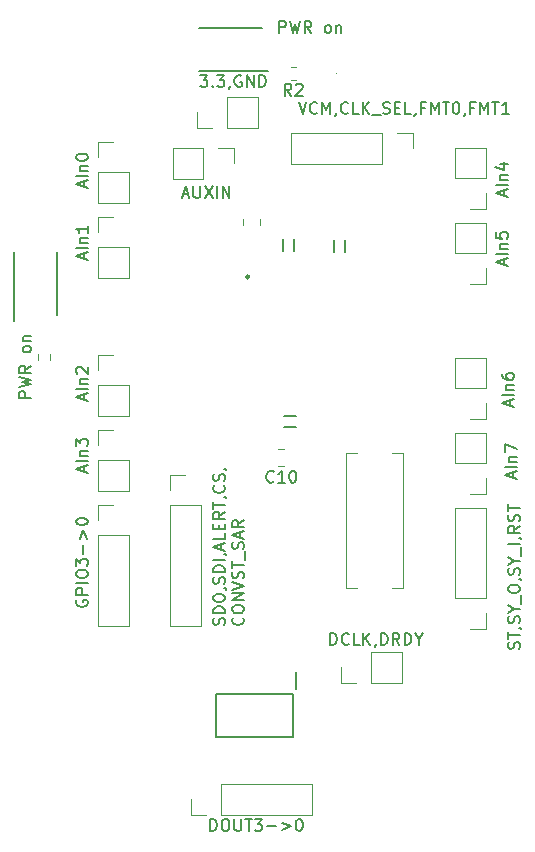
<source format=gbr>
%TF.GenerationSoftware,KiCad,Pcbnew,7.0.9*%
%TF.CreationDate,2024-01-11T15:45:20-05:00*%
%TF.ProjectId,AD7779_breakout,41443737-3739-45f6-9272-65616b6f7574,rev?*%
%TF.SameCoordinates,Original*%
%TF.FileFunction,Legend,Top*%
%TF.FilePolarity,Positive*%
%FSLAX46Y46*%
G04 Gerber Fmt 4.6, Leading zero omitted, Abs format (unit mm)*
G04 Created by KiCad (PCBNEW 7.0.9) date 2024-01-11 15:45:20*
%MOMM*%
%LPD*%
G01*
G04 APERTURE LIST*
%ADD10C,0.150000*%
%ADD11C,0.120000*%
%ADD12C,0.127000*%
%ADD13C,0.100000*%
%ADD14C,0.200000*%
%ADD15C,0.250000*%
G04 APERTURE END LIST*
D10*
X134997819Y-111804220D02*
X133997819Y-111804220D01*
X133997819Y-111804220D02*
X133997819Y-111423268D01*
X133997819Y-111423268D02*
X134045438Y-111328030D01*
X134045438Y-111328030D02*
X134093057Y-111280411D01*
X134093057Y-111280411D02*
X134188295Y-111232792D01*
X134188295Y-111232792D02*
X134331152Y-111232792D01*
X134331152Y-111232792D02*
X134426390Y-111280411D01*
X134426390Y-111280411D02*
X134474009Y-111328030D01*
X134474009Y-111328030D02*
X134521628Y-111423268D01*
X134521628Y-111423268D02*
X134521628Y-111804220D01*
X133997819Y-110899458D02*
X134997819Y-110661363D01*
X134997819Y-110661363D02*
X134283533Y-110470887D01*
X134283533Y-110470887D02*
X134997819Y-110280411D01*
X134997819Y-110280411D02*
X133997819Y-110042316D01*
X134997819Y-109089935D02*
X134521628Y-109423268D01*
X134997819Y-109661363D02*
X133997819Y-109661363D01*
X133997819Y-109661363D02*
X133997819Y-109280411D01*
X133997819Y-109280411D02*
X134045438Y-109185173D01*
X134045438Y-109185173D02*
X134093057Y-109137554D01*
X134093057Y-109137554D02*
X134188295Y-109089935D01*
X134188295Y-109089935D02*
X134331152Y-109089935D01*
X134331152Y-109089935D02*
X134426390Y-109137554D01*
X134426390Y-109137554D02*
X134474009Y-109185173D01*
X134474009Y-109185173D02*
X134521628Y-109280411D01*
X134521628Y-109280411D02*
X134521628Y-109661363D01*
X134997819Y-107756601D02*
X134950200Y-107851839D01*
X134950200Y-107851839D02*
X134902580Y-107899458D01*
X134902580Y-107899458D02*
X134807342Y-107947077D01*
X134807342Y-107947077D02*
X134521628Y-107947077D01*
X134521628Y-107947077D02*
X134426390Y-107899458D01*
X134426390Y-107899458D02*
X134378771Y-107851839D01*
X134378771Y-107851839D02*
X134331152Y-107756601D01*
X134331152Y-107756601D02*
X134331152Y-107613744D01*
X134331152Y-107613744D02*
X134378771Y-107518506D01*
X134378771Y-107518506D02*
X134426390Y-107470887D01*
X134426390Y-107470887D02*
X134521628Y-107423268D01*
X134521628Y-107423268D02*
X134807342Y-107423268D01*
X134807342Y-107423268D02*
X134902580Y-107470887D01*
X134902580Y-107470887D02*
X134950200Y-107518506D01*
X134950200Y-107518506D02*
X134997819Y-107613744D01*
X134997819Y-107613744D02*
X134997819Y-107756601D01*
X134331152Y-106994696D02*
X134997819Y-106994696D01*
X134426390Y-106994696D02*
X134378771Y-106947077D01*
X134378771Y-106947077D02*
X134331152Y-106851839D01*
X134331152Y-106851839D02*
X134331152Y-106708982D01*
X134331152Y-106708982D02*
X134378771Y-106613744D01*
X134378771Y-106613744D02*
X134474009Y-106566125D01*
X134474009Y-106566125D02*
X134997819Y-106566125D01*
X156038779Y-80895819D02*
X156038779Y-79895819D01*
X156038779Y-79895819D02*
X156419731Y-79895819D01*
X156419731Y-79895819D02*
X156514969Y-79943438D01*
X156514969Y-79943438D02*
X156562588Y-79991057D01*
X156562588Y-79991057D02*
X156610207Y-80086295D01*
X156610207Y-80086295D02*
X156610207Y-80229152D01*
X156610207Y-80229152D02*
X156562588Y-80324390D01*
X156562588Y-80324390D02*
X156514969Y-80372009D01*
X156514969Y-80372009D02*
X156419731Y-80419628D01*
X156419731Y-80419628D02*
X156038779Y-80419628D01*
X156943541Y-79895819D02*
X157181636Y-80895819D01*
X157181636Y-80895819D02*
X157372112Y-80181533D01*
X157372112Y-80181533D02*
X157562588Y-80895819D01*
X157562588Y-80895819D02*
X157800684Y-79895819D01*
X158753064Y-80895819D02*
X158419731Y-80419628D01*
X158181636Y-80895819D02*
X158181636Y-79895819D01*
X158181636Y-79895819D02*
X158562588Y-79895819D01*
X158562588Y-79895819D02*
X158657826Y-79943438D01*
X158657826Y-79943438D02*
X158705445Y-79991057D01*
X158705445Y-79991057D02*
X158753064Y-80086295D01*
X158753064Y-80086295D02*
X158753064Y-80229152D01*
X158753064Y-80229152D02*
X158705445Y-80324390D01*
X158705445Y-80324390D02*
X158657826Y-80372009D01*
X158657826Y-80372009D02*
X158562588Y-80419628D01*
X158562588Y-80419628D02*
X158181636Y-80419628D01*
X160086398Y-80895819D02*
X159991160Y-80848200D01*
X159991160Y-80848200D02*
X159943541Y-80800580D01*
X159943541Y-80800580D02*
X159895922Y-80705342D01*
X159895922Y-80705342D02*
X159895922Y-80419628D01*
X159895922Y-80419628D02*
X159943541Y-80324390D01*
X159943541Y-80324390D02*
X159991160Y-80276771D01*
X159991160Y-80276771D02*
X160086398Y-80229152D01*
X160086398Y-80229152D02*
X160229255Y-80229152D01*
X160229255Y-80229152D02*
X160324493Y-80276771D01*
X160324493Y-80276771D02*
X160372112Y-80324390D01*
X160372112Y-80324390D02*
X160419731Y-80419628D01*
X160419731Y-80419628D02*
X160419731Y-80705342D01*
X160419731Y-80705342D02*
X160372112Y-80800580D01*
X160372112Y-80800580D02*
X160324493Y-80848200D01*
X160324493Y-80848200D02*
X160229255Y-80895819D01*
X160229255Y-80895819D02*
X160086398Y-80895819D01*
X160848303Y-80229152D02*
X160848303Y-80895819D01*
X160848303Y-80324390D02*
X160895922Y-80276771D01*
X160895922Y-80276771D02*
X160991160Y-80229152D01*
X160991160Y-80229152D02*
X161134017Y-80229152D01*
X161134017Y-80229152D02*
X161229255Y-80276771D01*
X161229255Y-80276771D02*
X161276874Y-80372009D01*
X161276874Y-80372009D02*
X161276874Y-80895819D01*
X149339541Y-84467819D02*
X149958588Y-84467819D01*
X149958588Y-84467819D02*
X149625255Y-84848771D01*
X149625255Y-84848771D02*
X149768112Y-84848771D01*
X149768112Y-84848771D02*
X149863350Y-84896390D01*
X149863350Y-84896390D02*
X149910969Y-84944009D01*
X149910969Y-84944009D02*
X149958588Y-85039247D01*
X149958588Y-85039247D02*
X149958588Y-85277342D01*
X149958588Y-85277342D02*
X149910969Y-85372580D01*
X149910969Y-85372580D02*
X149863350Y-85420200D01*
X149863350Y-85420200D02*
X149768112Y-85467819D01*
X149768112Y-85467819D02*
X149482398Y-85467819D01*
X149482398Y-85467819D02*
X149387160Y-85420200D01*
X149387160Y-85420200D02*
X149339541Y-85372580D01*
X150387160Y-85372580D02*
X150434779Y-85420200D01*
X150434779Y-85420200D02*
X150387160Y-85467819D01*
X150387160Y-85467819D02*
X150339541Y-85420200D01*
X150339541Y-85420200D02*
X150387160Y-85372580D01*
X150387160Y-85372580D02*
X150387160Y-85467819D01*
X150768112Y-84467819D02*
X151387159Y-84467819D01*
X151387159Y-84467819D02*
X151053826Y-84848771D01*
X151053826Y-84848771D02*
X151196683Y-84848771D01*
X151196683Y-84848771D02*
X151291921Y-84896390D01*
X151291921Y-84896390D02*
X151339540Y-84944009D01*
X151339540Y-84944009D02*
X151387159Y-85039247D01*
X151387159Y-85039247D02*
X151387159Y-85277342D01*
X151387159Y-85277342D02*
X151339540Y-85372580D01*
X151339540Y-85372580D02*
X151291921Y-85420200D01*
X151291921Y-85420200D02*
X151196683Y-85467819D01*
X151196683Y-85467819D02*
X150910969Y-85467819D01*
X150910969Y-85467819D02*
X150815731Y-85420200D01*
X150815731Y-85420200D02*
X150768112Y-85372580D01*
X151863350Y-85420200D02*
X151863350Y-85467819D01*
X151863350Y-85467819D02*
X151815731Y-85563057D01*
X151815731Y-85563057D02*
X151768112Y-85610676D01*
X152815730Y-84515438D02*
X152720492Y-84467819D01*
X152720492Y-84467819D02*
X152577635Y-84467819D01*
X152577635Y-84467819D02*
X152434778Y-84515438D01*
X152434778Y-84515438D02*
X152339540Y-84610676D01*
X152339540Y-84610676D02*
X152291921Y-84705914D01*
X152291921Y-84705914D02*
X152244302Y-84896390D01*
X152244302Y-84896390D02*
X152244302Y-85039247D01*
X152244302Y-85039247D02*
X152291921Y-85229723D01*
X152291921Y-85229723D02*
X152339540Y-85324961D01*
X152339540Y-85324961D02*
X152434778Y-85420200D01*
X152434778Y-85420200D02*
X152577635Y-85467819D01*
X152577635Y-85467819D02*
X152672873Y-85467819D01*
X152672873Y-85467819D02*
X152815730Y-85420200D01*
X152815730Y-85420200D02*
X152863349Y-85372580D01*
X152863349Y-85372580D02*
X152863349Y-85039247D01*
X152863349Y-85039247D02*
X152672873Y-85039247D01*
X153291921Y-85467819D02*
X153291921Y-84467819D01*
X153291921Y-84467819D02*
X153863349Y-85467819D01*
X153863349Y-85467819D02*
X153863349Y-84467819D01*
X154339540Y-85467819D02*
X154339540Y-84467819D01*
X154339540Y-84467819D02*
X154577635Y-84467819D01*
X154577635Y-84467819D02*
X154720492Y-84515438D01*
X154720492Y-84515438D02*
X154815730Y-84610676D01*
X154815730Y-84610676D02*
X154863349Y-84705914D01*
X154863349Y-84705914D02*
X154910968Y-84896390D01*
X154910968Y-84896390D02*
X154910968Y-85039247D01*
X154910968Y-85039247D02*
X154863349Y-85229723D01*
X154863349Y-85229723D02*
X154815730Y-85324961D01*
X154815730Y-85324961D02*
X154720492Y-85420200D01*
X154720492Y-85420200D02*
X154577635Y-85467819D01*
X154577635Y-85467819D02*
X154339540Y-85467819D01*
X138871438Y-128933411D02*
X138823819Y-129028649D01*
X138823819Y-129028649D02*
X138823819Y-129171506D01*
X138823819Y-129171506D02*
X138871438Y-129314363D01*
X138871438Y-129314363D02*
X138966676Y-129409601D01*
X138966676Y-129409601D02*
X139061914Y-129457220D01*
X139061914Y-129457220D02*
X139252390Y-129504839D01*
X139252390Y-129504839D02*
X139395247Y-129504839D01*
X139395247Y-129504839D02*
X139585723Y-129457220D01*
X139585723Y-129457220D02*
X139680961Y-129409601D01*
X139680961Y-129409601D02*
X139776200Y-129314363D01*
X139776200Y-129314363D02*
X139823819Y-129171506D01*
X139823819Y-129171506D02*
X139823819Y-129076268D01*
X139823819Y-129076268D02*
X139776200Y-128933411D01*
X139776200Y-128933411D02*
X139728580Y-128885792D01*
X139728580Y-128885792D02*
X139395247Y-128885792D01*
X139395247Y-128885792D02*
X139395247Y-129076268D01*
X139823819Y-128457220D02*
X138823819Y-128457220D01*
X138823819Y-128457220D02*
X138823819Y-128076268D01*
X138823819Y-128076268D02*
X138871438Y-127981030D01*
X138871438Y-127981030D02*
X138919057Y-127933411D01*
X138919057Y-127933411D02*
X139014295Y-127885792D01*
X139014295Y-127885792D02*
X139157152Y-127885792D01*
X139157152Y-127885792D02*
X139252390Y-127933411D01*
X139252390Y-127933411D02*
X139300009Y-127981030D01*
X139300009Y-127981030D02*
X139347628Y-128076268D01*
X139347628Y-128076268D02*
X139347628Y-128457220D01*
X139823819Y-127457220D02*
X138823819Y-127457220D01*
X138823819Y-126790554D02*
X138823819Y-126600078D01*
X138823819Y-126600078D02*
X138871438Y-126504840D01*
X138871438Y-126504840D02*
X138966676Y-126409602D01*
X138966676Y-126409602D02*
X139157152Y-126361983D01*
X139157152Y-126361983D02*
X139490485Y-126361983D01*
X139490485Y-126361983D02*
X139680961Y-126409602D01*
X139680961Y-126409602D02*
X139776200Y-126504840D01*
X139776200Y-126504840D02*
X139823819Y-126600078D01*
X139823819Y-126600078D02*
X139823819Y-126790554D01*
X139823819Y-126790554D02*
X139776200Y-126885792D01*
X139776200Y-126885792D02*
X139680961Y-126981030D01*
X139680961Y-126981030D02*
X139490485Y-127028649D01*
X139490485Y-127028649D02*
X139157152Y-127028649D01*
X139157152Y-127028649D02*
X138966676Y-126981030D01*
X138966676Y-126981030D02*
X138871438Y-126885792D01*
X138871438Y-126885792D02*
X138823819Y-126790554D01*
X138823819Y-126028649D02*
X138823819Y-125409602D01*
X138823819Y-125409602D02*
X139204771Y-125742935D01*
X139204771Y-125742935D02*
X139204771Y-125600078D01*
X139204771Y-125600078D02*
X139252390Y-125504840D01*
X139252390Y-125504840D02*
X139300009Y-125457221D01*
X139300009Y-125457221D02*
X139395247Y-125409602D01*
X139395247Y-125409602D02*
X139633342Y-125409602D01*
X139633342Y-125409602D02*
X139728580Y-125457221D01*
X139728580Y-125457221D02*
X139776200Y-125504840D01*
X139776200Y-125504840D02*
X139823819Y-125600078D01*
X139823819Y-125600078D02*
X139823819Y-125885792D01*
X139823819Y-125885792D02*
X139776200Y-125981030D01*
X139776200Y-125981030D02*
X139728580Y-126028649D01*
X139442866Y-124981030D02*
X139442866Y-124219126D01*
X139157152Y-123742935D02*
X139442866Y-122981031D01*
X139442866Y-122981031D02*
X139728580Y-123742935D01*
X138823819Y-122314364D02*
X138823819Y-122219126D01*
X138823819Y-122219126D02*
X138871438Y-122123888D01*
X138871438Y-122123888D02*
X138919057Y-122076269D01*
X138919057Y-122076269D02*
X139014295Y-122028650D01*
X139014295Y-122028650D02*
X139204771Y-121981031D01*
X139204771Y-121981031D02*
X139442866Y-121981031D01*
X139442866Y-121981031D02*
X139633342Y-122028650D01*
X139633342Y-122028650D02*
X139728580Y-122076269D01*
X139728580Y-122076269D02*
X139776200Y-122123888D01*
X139776200Y-122123888D02*
X139823819Y-122219126D01*
X139823819Y-122219126D02*
X139823819Y-122314364D01*
X139823819Y-122314364D02*
X139776200Y-122409602D01*
X139776200Y-122409602D02*
X139728580Y-122457221D01*
X139728580Y-122457221D02*
X139633342Y-122504840D01*
X139633342Y-122504840D02*
X139442866Y-122552459D01*
X139442866Y-122552459D02*
X139204771Y-122552459D01*
X139204771Y-122552459D02*
X139014295Y-122504840D01*
X139014295Y-122504840D02*
X138919057Y-122457221D01*
X138919057Y-122457221D02*
X138871438Y-122409602D01*
X138871438Y-122409602D02*
X138823819Y-122314364D01*
X151374200Y-131028839D02*
X151421819Y-130885982D01*
X151421819Y-130885982D02*
X151421819Y-130647887D01*
X151421819Y-130647887D02*
X151374200Y-130552649D01*
X151374200Y-130552649D02*
X151326580Y-130505030D01*
X151326580Y-130505030D02*
X151231342Y-130457411D01*
X151231342Y-130457411D02*
X151136104Y-130457411D01*
X151136104Y-130457411D02*
X151040866Y-130505030D01*
X151040866Y-130505030D02*
X150993247Y-130552649D01*
X150993247Y-130552649D02*
X150945628Y-130647887D01*
X150945628Y-130647887D02*
X150898009Y-130838363D01*
X150898009Y-130838363D02*
X150850390Y-130933601D01*
X150850390Y-130933601D02*
X150802771Y-130981220D01*
X150802771Y-130981220D02*
X150707533Y-131028839D01*
X150707533Y-131028839D02*
X150612295Y-131028839D01*
X150612295Y-131028839D02*
X150517057Y-130981220D01*
X150517057Y-130981220D02*
X150469438Y-130933601D01*
X150469438Y-130933601D02*
X150421819Y-130838363D01*
X150421819Y-130838363D02*
X150421819Y-130600268D01*
X150421819Y-130600268D02*
X150469438Y-130457411D01*
X151421819Y-130028839D02*
X150421819Y-130028839D01*
X150421819Y-130028839D02*
X150421819Y-129790744D01*
X150421819Y-129790744D02*
X150469438Y-129647887D01*
X150469438Y-129647887D02*
X150564676Y-129552649D01*
X150564676Y-129552649D02*
X150659914Y-129505030D01*
X150659914Y-129505030D02*
X150850390Y-129457411D01*
X150850390Y-129457411D02*
X150993247Y-129457411D01*
X150993247Y-129457411D02*
X151183723Y-129505030D01*
X151183723Y-129505030D02*
X151278961Y-129552649D01*
X151278961Y-129552649D02*
X151374200Y-129647887D01*
X151374200Y-129647887D02*
X151421819Y-129790744D01*
X151421819Y-129790744D02*
X151421819Y-130028839D01*
X150421819Y-128838363D02*
X150421819Y-128647887D01*
X150421819Y-128647887D02*
X150469438Y-128552649D01*
X150469438Y-128552649D02*
X150564676Y-128457411D01*
X150564676Y-128457411D02*
X150755152Y-128409792D01*
X150755152Y-128409792D02*
X151088485Y-128409792D01*
X151088485Y-128409792D02*
X151278961Y-128457411D01*
X151278961Y-128457411D02*
X151374200Y-128552649D01*
X151374200Y-128552649D02*
X151421819Y-128647887D01*
X151421819Y-128647887D02*
X151421819Y-128838363D01*
X151421819Y-128838363D02*
X151374200Y-128933601D01*
X151374200Y-128933601D02*
X151278961Y-129028839D01*
X151278961Y-129028839D02*
X151088485Y-129076458D01*
X151088485Y-129076458D02*
X150755152Y-129076458D01*
X150755152Y-129076458D02*
X150564676Y-129028839D01*
X150564676Y-129028839D02*
X150469438Y-128933601D01*
X150469438Y-128933601D02*
X150421819Y-128838363D01*
X151374200Y-127933601D02*
X151421819Y-127933601D01*
X151421819Y-127933601D02*
X151517057Y-127981220D01*
X151517057Y-127981220D02*
X151564676Y-128028839D01*
X151374200Y-127552649D02*
X151421819Y-127409792D01*
X151421819Y-127409792D02*
X151421819Y-127171697D01*
X151421819Y-127171697D02*
X151374200Y-127076459D01*
X151374200Y-127076459D02*
X151326580Y-127028840D01*
X151326580Y-127028840D02*
X151231342Y-126981221D01*
X151231342Y-126981221D02*
X151136104Y-126981221D01*
X151136104Y-126981221D02*
X151040866Y-127028840D01*
X151040866Y-127028840D02*
X150993247Y-127076459D01*
X150993247Y-127076459D02*
X150945628Y-127171697D01*
X150945628Y-127171697D02*
X150898009Y-127362173D01*
X150898009Y-127362173D02*
X150850390Y-127457411D01*
X150850390Y-127457411D02*
X150802771Y-127505030D01*
X150802771Y-127505030D02*
X150707533Y-127552649D01*
X150707533Y-127552649D02*
X150612295Y-127552649D01*
X150612295Y-127552649D02*
X150517057Y-127505030D01*
X150517057Y-127505030D02*
X150469438Y-127457411D01*
X150469438Y-127457411D02*
X150421819Y-127362173D01*
X150421819Y-127362173D02*
X150421819Y-127124078D01*
X150421819Y-127124078D02*
X150469438Y-126981221D01*
X151421819Y-126552649D02*
X150421819Y-126552649D01*
X150421819Y-126552649D02*
X150421819Y-126314554D01*
X150421819Y-126314554D02*
X150469438Y-126171697D01*
X150469438Y-126171697D02*
X150564676Y-126076459D01*
X150564676Y-126076459D02*
X150659914Y-126028840D01*
X150659914Y-126028840D02*
X150850390Y-125981221D01*
X150850390Y-125981221D02*
X150993247Y-125981221D01*
X150993247Y-125981221D02*
X151183723Y-126028840D01*
X151183723Y-126028840D02*
X151278961Y-126076459D01*
X151278961Y-126076459D02*
X151374200Y-126171697D01*
X151374200Y-126171697D02*
X151421819Y-126314554D01*
X151421819Y-126314554D02*
X151421819Y-126552649D01*
X151421819Y-125552649D02*
X150421819Y-125552649D01*
X151374200Y-125028840D02*
X151421819Y-125028840D01*
X151421819Y-125028840D02*
X151517057Y-125076459D01*
X151517057Y-125076459D02*
X151564676Y-125124078D01*
X151136104Y-124647888D02*
X151136104Y-124171698D01*
X151421819Y-124743126D02*
X150421819Y-124409793D01*
X150421819Y-124409793D02*
X151421819Y-124076460D01*
X151421819Y-123266936D02*
X151421819Y-123743126D01*
X151421819Y-123743126D02*
X150421819Y-123743126D01*
X150898009Y-122933602D02*
X150898009Y-122600269D01*
X151421819Y-122457412D02*
X151421819Y-122933602D01*
X151421819Y-122933602D02*
X150421819Y-122933602D01*
X150421819Y-122933602D02*
X150421819Y-122457412D01*
X151421819Y-121457412D02*
X150945628Y-121790745D01*
X151421819Y-122028840D02*
X150421819Y-122028840D01*
X150421819Y-122028840D02*
X150421819Y-121647888D01*
X150421819Y-121647888D02*
X150469438Y-121552650D01*
X150469438Y-121552650D02*
X150517057Y-121505031D01*
X150517057Y-121505031D02*
X150612295Y-121457412D01*
X150612295Y-121457412D02*
X150755152Y-121457412D01*
X150755152Y-121457412D02*
X150850390Y-121505031D01*
X150850390Y-121505031D02*
X150898009Y-121552650D01*
X150898009Y-121552650D02*
X150945628Y-121647888D01*
X150945628Y-121647888D02*
X150945628Y-122028840D01*
X150421819Y-121171697D02*
X150421819Y-120600269D01*
X151421819Y-120885983D02*
X150421819Y-120885983D01*
X151374200Y-120219316D02*
X151421819Y-120219316D01*
X151421819Y-120219316D02*
X151517057Y-120266935D01*
X151517057Y-120266935D02*
X151564676Y-120314554D01*
X151326580Y-119219317D02*
X151374200Y-119266936D01*
X151374200Y-119266936D02*
X151421819Y-119409793D01*
X151421819Y-119409793D02*
X151421819Y-119505031D01*
X151421819Y-119505031D02*
X151374200Y-119647888D01*
X151374200Y-119647888D02*
X151278961Y-119743126D01*
X151278961Y-119743126D02*
X151183723Y-119790745D01*
X151183723Y-119790745D02*
X150993247Y-119838364D01*
X150993247Y-119838364D02*
X150850390Y-119838364D01*
X150850390Y-119838364D02*
X150659914Y-119790745D01*
X150659914Y-119790745D02*
X150564676Y-119743126D01*
X150564676Y-119743126D02*
X150469438Y-119647888D01*
X150469438Y-119647888D02*
X150421819Y-119505031D01*
X150421819Y-119505031D02*
X150421819Y-119409793D01*
X150421819Y-119409793D02*
X150469438Y-119266936D01*
X150469438Y-119266936D02*
X150517057Y-119219317D01*
X151374200Y-118838364D02*
X151421819Y-118695507D01*
X151421819Y-118695507D02*
X151421819Y-118457412D01*
X151421819Y-118457412D02*
X151374200Y-118362174D01*
X151374200Y-118362174D02*
X151326580Y-118314555D01*
X151326580Y-118314555D02*
X151231342Y-118266936D01*
X151231342Y-118266936D02*
X151136104Y-118266936D01*
X151136104Y-118266936D02*
X151040866Y-118314555D01*
X151040866Y-118314555D02*
X150993247Y-118362174D01*
X150993247Y-118362174D02*
X150945628Y-118457412D01*
X150945628Y-118457412D02*
X150898009Y-118647888D01*
X150898009Y-118647888D02*
X150850390Y-118743126D01*
X150850390Y-118743126D02*
X150802771Y-118790745D01*
X150802771Y-118790745D02*
X150707533Y-118838364D01*
X150707533Y-118838364D02*
X150612295Y-118838364D01*
X150612295Y-118838364D02*
X150517057Y-118790745D01*
X150517057Y-118790745D02*
X150469438Y-118743126D01*
X150469438Y-118743126D02*
X150421819Y-118647888D01*
X150421819Y-118647888D02*
X150421819Y-118409793D01*
X150421819Y-118409793D02*
X150469438Y-118266936D01*
X151374200Y-117790745D02*
X151421819Y-117790745D01*
X151421819Y-117790745D02*
X151517057Y-117838364D01*
X151517057Y-117838364D02*
X151564676Y-117885983D01*
X152936580Y-130409792D02*
X152984200Y-130457411D01*
X152984200Y-130457411D02*
X153031819Y-130600268D01*
X153031819Y-130600268D02*
X153031819Y-130695506D01*
X153031819Y-130695506D02*
X152984200Y-130838363D01*
X152984200Y-130838363D02*
X152888961Y-130933601D01*
X152888961Y-130933601D02*
X152793723Y-130981220D01*
X152793723Y-130981220D02*
X152603247Y-131028839D01*
X152603247Y-131028839D02*
X152460390Y-131028839D01*
X152460390Y-131028839D02*
X152269914Y-130981220D01*
X152269914Y-130981220D02*
X152174676Y-130933601D01*
X152174676Y-130933601D02*
X152079438Y-130838363D01*
X152079438Y-130838363D02*
X152031819Y-130695506D01*
X152031819Y-130695506D02*
X152031819Y-130600268D01*
X152031819Y-130600268D02*
X152079438Y-130457411D01*
X152079438Y-130457411D02*
X152127057Y-130409792D01*
X152031819Y-129790744D02*
X152031819Y-129600268D01*
X152031819Y-129600268D02*
X152079438Y-129505030D01*
X152079438Y-129505030D02*
X152174676Y-129409792D01*
X152174676Y-129409792D02*
X152365152Y-129362173D01*
X152365152Y-129362173D02*
X152698485Y-129362173D01*
X152698485Y-129362173D02*
X152888961Y-129409792D01*
X152888961Y-129409792D02*
X152984200Y-129505030D01*
X152984200Y-129505030D02*
X153031819Y-129600268D01*
X153031819Y-129600268D02*
X153031819Y-129790744D01*
X153031819Y-129790744D02*
X152984200Y-129885982D01*
X152984200Y-129885982D02*
X152888961Y-129981220D01*
X152888961Y-129981220D02*
X152698485Y-130028839D01*
X152698485Y-130028839D02*
X152365152Y-130028839D01*
X152365152Y-130028839D02*
X152174676Y-129981220D01*
X152174676Y-129981220D02*
X152079438Y-129885982D01*
X152079438Y-129885982D02*
X152031819Y-129790744D01*
X153031819Y-128933601D02*
X152031819Y-128933601D01*
X152031819Y-128933601D02*
X153031819Y-128362173D01*
X153031819Y-128362173D02*
X152031819Y-128362173D01*
X152031819Y-128028839D02*
X153031819Y-127695506D01*
X153031819Y-127695506D02*
X152031819Y-127362173D01*
X152984200Y-127076458D02*
X153031819Y-126933601D01*
X153031819Y-126933601D02*
X153031819Y-126695506D01*
X153031819Y-126695506D02*
X152984200Y-126600268D01*
X152984200Y-126600268D02*
X152936580Y-126552649D01*
X152936580Y-126552649D02*
X152841342Y-126505030D01*
X152841342Y-126505030D02*
X152746104Y-126505030D01*
X152746104Y-126505030D02*
X152650866Y-126552649D01*
X152650866Y-126552649D02*
X152603247Y-126600268D01*
X152603247Y-126600268D02*
X152555628Y-126695506D01*
X152555628Y-126695506D02*
X152508009Y-126885982D01*
X152508009Y-126885982D02*
X152460390Y-126981220D01*
X152460390Y-126981220D02*
X152412771Y-127028839D01*
X152412771Y-127028839D02*
X152317533Y-127076458D01*
X152317533Y-127076458D02*
X152222295Y-127076458D01*
X152222295Y-127076458D02*
X152127057Y-127028839D01*
X152127057Y-127028839D02*
X152079438Y-126981220D01*
X152079438Y-126981220D02*
X152031819Y-126885982D01*
X152031819Y-126885982D02*
X152031819Y-126647887D01*
X152031819Y-126647887D02*
X152079438Y-126505030D01*
X152031819Y-126219315D02*
X152031819Y-125647887D01*
X153031819Y-125933601D02*
X152031819Y-125933601D01*
X153127057Y-125552649D02*
X153127057Y-124790744D01*
X152984200Y-124600267D02*
X153031819Y-124457410D01*
X153031819Y-124457410D02*
X153031819Y-124219315D01*
X153031819Y-124219315D02*
X152984200Y-124124077D01*
X152984200Y-124124077D02*
X152936580Y-124076458D01*
X152936580Y-124076458D02*
X152841342Y-124028839D01*
X152841342Y-124028839D02*
X152746104Y-124028839D01*
X152746104Y-124028839D02*
X152650866Y-124076458D01*
X152650866Y-124076458D02*
X152603247Y-124124077D01*
X152603247Y-124124077D02*
X152555628Y-124219315D01*
X152555628Y-124219315D02*
X152508009Y-124409791D01*
X152508009Y-124409791D02*
X152460390Y-124505029D01*
X152460390Y-124505029D02*
X152412771Y-124552648D01*
X152412771Y-124552648D02*
X152317533Y-124600267D01*
X152317533Y-124600267D02*
X152222295Y-124600267D01*
X152222295Y-124600267D02*
X152127057Y-124552648D01*
X152127057Y-124552648D02*
X152079438Y-124505029D01*
X152079438Y-124505029D02*
X152031819Y-124409791D01*
X152031819Y-124409791D02*
X152031819Y-124171696D01*
X152031819Y-124171696D02*
X152079438Y-124028839D01*
X152746104Y-123647886D02*
X152746104Y-123171696D01*
X153031819Y-123743124D02*
X152031819Y-123409791D01*
X152031819Y-123409791D02*
X153031819Y-123076458D01*
X153031819Y-122171696D02*
X152555628Y-122505029D01*
X153031819Y-122743124D02*
X152031819Y-122743124D01*
X152031819Y-122743124D02*
X152031819Y-122362172D01*
X152031819Y-122362172D02*
X152079438Y-122266934D01*
X152079438Y-122266934D02*
X152127057Y-122219315D01*
X152127057Y-122219315D02*
X152222295Y-122171696D01*
X152222295Y-122171696D02*
X152365152Y-122171696D01*
X152365152Y-122171696D02*
X152460390Y-122219315D01*
X152460390Y-122219315D02*
X152508009Y-122266934D01*
X152508009Y-122266934D02*
X152555628Y-122362172D01*
X152555628Y-122362172D02*
X152555628Y-122743124D01*
X139538104Y-100040839D02*
X139538104Y-99564649D01*
X139823819Y-100136077D02*
X138823819Y-99802744D01*
X138823819Y-99802744D02*
X139823819Y-99469411D01*
X139823819Y-99136077D02*
X138823819Y-99136077D01*
X139157152Y-98659887D02*
X139823819Y-98659887D01*
X139252390Y-98659887D02*
X139204771Y-98612268D01*
X139204771Y-98612268D02*
X139157152Y-98517030D01*
X139157152Y-98517030D02*
X139157152Y-98374173D01*
X139157152Y-98374173D02*
X139204771Y-98278935D01*
X139204771Y-98278935D02*
X139300009Y-98231316D01*
X139300009Y-98231316D02*
X139823819Y-98231316D01*
X139823819Y-97231316D02*
X139823819Y-97802744D01*
X139823819Y-97517030D02*
X138823819Y-97517030D01*
X138823819Y-97517030D02*
X138966676Y-97612268D01*
X138966676Y-97612268D02*
X139061914Y-97707506D01*
X139061914Y-97707506D02*
X139109533Y-97802744D01*
X150196779Y-148459819D02*
X150196779Y-147459819D01*
X150196779Y-147459819D02*
X150434874Y-147459819D01*
X150434874Y-147459819D02*
X150577731Y-147507438D01*
X150577731Y-147507438D02*
X150672969Y-147602676D01*
X150672969Y-147602676D02*
X150720588Y-147697914D01*
X150720588Y-147697914D02*
X150768207Y-147888390D01*
X150768207Y-147888390D02*
X150768207Y-148031247D01*
X150768207Y-148031247D02*
X150720588Y-148221723D01*
X150720588Y-148221723D02*
X150672969Y-148316961D01*
X150672969Y-148316961D02*
X150577731Y-148412200D01*
X150577731Y-148412200D02*
X150434874Y-148459819D01*
X150434874Y-148459819D02*
X150196779Y-148459819D01*
X151387255Y-147459819D02*
X151577731Y-147459819D01*
X151577731Y-147459819D02*
X151672969Y-147507438D01*
X151672969Y-147507438D02*
X151768207Y-147602676D01*
X151768207Y-147602676D02*
X151815826Y-147793152D01*
X151815826Y-147793152D02*
X151815826Y-148126485D01*
X151815826Y-148126485D02*
X151768207Y-148316961D01*
X151768207Y-148316961D02*
X151672969Y-148412200D01*
X151672969Y-148412200D02*
X151577731Y-148459819D01*
X151577731Y-148459819D02*
X151387255Y-148459819D01*
X151387255Y-148459819D02*
X151292017Y-148412200D01*
X151292017Y-148412200D02*
X151196779Y-148316961D01*
X151196779Y-148316961D02*
X151149160Y-148126485D01*
X151149160Y-148126485D02*
X151149160Y-147793152D01*
X151149160Y-147793152D02*
X151196779Y-147602676D01*
X151196779Y-147602676D02*
X151292017Y-147507438D01*
X151292017Y-147507438D02*
X151387255Y-147459819D01*
X152244398Y-147459819D02*
X152244398Y-148269342D01*
X152244398Y-148269342D02*
X152292017Y-148364580D01*
X152292017Y-148364580D02*
X152339636Y-148412200D01*
X152339636Y-148412200D02*
X152434874Y-148459819D01*
X152434874Y-148459819D02*
X152625350Y-148459819D01*
X152625350Y-148459819D02*
X152720588Y-148412200D01*
X152720588Y-148412200D02*
X152768207Y-148364580D01*
X152768207Y-148364580D02*
X152815826Y-148269342D01*
X152815826Y-148269342D02*
X152815826Y-147459819D01*
X153149160Y-147459819D02*
X153720588Y-147459819D01*
X153434874Y-148459819D02*
X153434874Y-147459819D01*
X153958684Y-147459819D02*
X154577731Y-147459819D01*
X154577731Y-147459819D02*
X154244398Y-147840771D01*
X154244398Y-147840771D02*
X154387255Y-147840771D01*
X154387255Y-147840771D02*
X154482493Y-147888390D01*
X154482493Y-147888390D02*
X154530112Y-147936009D01*
X154530112Y-147936009D02*
X154577731Y-148031247D01*
X154577731Y-148031247D02*
X154577731Y-148269342D01*
X154577731Y-148269342D02*
X154530112Y-148364580D01*
X154530112Y-148364580D02*
X154482493Y-148412200D01*
X154482493Y-148412200D02*
X154387255Y-148459819D01*
X154387255Y-148459819D02*
X154101541Y-148459819D01*
X154101541Y-148459819D02*
X154006303Y-148412200D01*
X154006303Y-148412200D02*
X153958684Y-148364580D01*
X155006303Y-148078866D02*
X155768208Y-148078866D01*
X156244398Y-147793152D02*
X157006303Y-148078866D01*
X157006303Y-148078866D02*
X156244398Y-148364580D01*
X157672969Y-147459819D02*
X157768207Y-147459819D01*
X157768207Y-147459819D02*
X157863445Y-147507438D01*
X157863445Y-147507438D02*
X157911064Y-147555057D01*
X157911064Y-147555057D02*
X157958683Y-147650295D01*
X157958683Y-147650295D02*
X158006302Y-147840771D01*
X158006302Y-147840771D02*
X158006302Y-148078866D01*
X158006302Y-148078866D02*
X157958683Y-148269342D01*
X157958683Y-148269342D02*
X157911064Y-148364580D01*
X157911064Y-148364580D02*
X157863445Y-148412200D01*
X157863445Y-148412200D02*
X157768207Y-148459819D01*
X157768207Y-148459819D02*
X157672969Y-148459819D01*
X157672969Y-148459819D02*
X157577731Y-148412200D01*
X157577731Y-148412200D02*
X157530112Y-148364580D01*
X157530112Y-148364580D02*
X157482493Y-148269342D01*
X157482493Y-148269342D02*
X157434874Y-148078866D01*
X157434874Y-148078866D02*
X157434874Y-147840771D01*
X157434874Y-147840771D02*
X157482493Y-147650295D01*
X157482493Y-147650295D02*
X157530112Y-147555057D01*
X157530112Y-147555057D02*
X157577731Y-147507438D01*
X157577731Y-147507438D02*
X157672969Y-147459819D01*
X139538104Y-118074839D02*
X139538104Y-117598649D01*
X139823819Y-118170077D02*
X138823819Y-117836744D01*
X138823819Y-117836744D02*
X139823819Y-117503411D01*
X139823819Y-117170077D02*
X138823819Y-117170077D01*
X139157152Y-116693887D02*
X139823819Y-116693887D01*
X139252390Y-116693887D02*
X139204771Y-116646268D01*
X139204771Y-116646268D02*
X139157152Y-116551030D01*
X139157152Y-116551030D02*
X139157152Y-116408173D01*
X139157152Y-116408173D02*
X139204771Y-116312935D01*
X139204771Y-116312935D02*
X139300009Y-116265316D01*
X139300009Y-116265316D02*
X139823819Y-116265316D01*
X138823819Y-115884363D02*
X138823819Y-115265316D01*
X138823819Y-115265316D02*
X139204771Y-115598649D01*
X139204771Y-115598649D02*
X139204771Y-115455792D01*
X139204771Y-115455792D02*
X139252390Y-115360554D01*
X139252390Y-115360554D02*
X139300009Y-115312935D01*
X139300009Y-115312935D02*
X139395247Y-115265316D01*
X139395247Y-115265316D02*
X139633342Y-115265316D01*
X139633342Y-115265316D02*
X139728580Y-115312935D01*
X139728580Y-115312935D02*
X139776200Y-115360554D01*
X139776200Y-115360554D02*
X139823819Y-115455792D01*
X139823819Y-115455792D02*
X139823819Y-115741506D01*
X139823819Y-115741506D02*
X139776200Y-115836744D01*
X139776200Y-115836744D02*
X139728580Y-115884363D01*
X175860104Y-118582839D02*
X175860104Y-118106649D01*
X176145819Y-118678077D02*
X175145819Y-118344744D01*
X175145819Y-118344744D02*
X176145819Y-118011411D01*
X176145819Y-117678077D02*
X175145819Y-117678077D01*
X175479152Y-117201887D02*
X176145819Y-117201887D01*
X175574390Y-117201887D02*
X175526771Y-117154268D01*
X175526771Y-117154268D02*
X175479152Y-117059030D01*
X175479152Y-117059030D02*
X175479152Y-116916173D01*
X175479152Y-116916173D02*
X175526771Y-116820935D01*
X175526771Y-116820935D02*
X175622009Y-116773316D01*
X175622009Y-116773316D02*
X176145819Y-116773316D01*
X175145819Y-116392363D02*
X175145819Y-115725697D01*
X175145819Y-115725697D02*
X176145819Y-116154268D01*
X175606104Y-112486839D02*
X175606104Y-112010649D01*
X175891819Y-112582077D02*
X174891819Y-112248744D01*
X174891819Y-112248744D02*
X175891819Y-111915411D01*
X175891819Y-111582077D02*
X174891819Y-111582077D01*
X175225152Y-111105887D02*
X175891819Y-111105887D01*
X175320390Y-111105887D02*
X175272771Y-111058268D01*
X175272771Y-111058268D02*
X175225152Y-110963030D01*
X175225152Y-110963030D02*
X175225152Y-110820173D01*
X175225152Y-110820173D02*
X175272771Y-110724935D01*
X175272771Y-110724935D02*
X175368009Y-110677316D01*
X175368009Y-110677316D02*
X175891819Y-110677316D01*
X174891819Y-109772554D02*
X174891819Y-109963030D01*
X174891819Y-109963030D02*
X174939438Y-110058268D01*
X174939438Y-110058268D02*
X174987057Y-110105887D01*
X174987057Y-110105887D02*
X175129914Y-110201125D01*
X175129914Y-110201125D02*
X175320390Y-110248744D01*
X175320390Y-110248744D02*
X175701342Y-110248744D01*
X175701342Y-110248744D02*
X175796580Y-110201125D01*
X175796580Y-110201125D02*
X175844200Y-110153506D01*
X175844200Y-110153506D02*
X175891819Y-110058268D01*
X175891819Y-110058268D02*
X175891819Y-109867792D01*
X175891819Y-109867792D02*
X175844200Y-109772554D01*
X175844200Y-109772554D02*
X175796580Y-109724935D01*
X175796580Y-109724935D02*
X175701342Y-109677316D01*
X175701342Y-109677316D02*
X175463247Y-109677316D01*
X175463247Y-109677316D02*
X175368009Y-109724935D01*
X175368009Y-109724935D02*
X175320390Y-109772554D01*
X175320390Y-109772554D02*
X175272771Y-109867792D01*
X175272771Y-109867792D02*
X175272771Y-110058268D01*
X175272771Y-110058268D02*
X175320390Y-110153506D01*
X175320390Y-110153506D02*
X175368009Y-110201125D01*
X175368009Y-110201125D02*
X175463247Y-110248744D01*
X157673922Y-86753819D02*
X158007255Y-87753819D01*
X158007255Y-87753819D02*
X158340588Y-86753819D01*
X159245350Y-87658580D02*
X159197731Y-87706200D01*
X159197731Y-87706200D02*
X159054874Y-87753819D01*
X159054874Y-87753819D02*
X158959636Y-87753819D01*
X158959636Y-87753819D02*
X158816779Y-87706200D01*
X158816779Y-87706200D02*
X158721541Y-87610961D01*
X158721541Y-87610961D02*
X158673922Y-87515723D01*
X158673922Y-87515723D02*
X158626303Y-87325247D01*
X158626303Y-87325247D02*
X158626303Y-87182390D01*
X158626303Y-87182390D02*
X158673922Y-86991914D01*
X158673922Y-86991914D02*
X158721541Y-86896676D01*
X158721541Y-86896676D02*
X158816779Y-86801438D01*
X158816779Y-86801438D02*
X158959636Y-86753819D01*
X158959636Y-86753819D02*
X159054874Y-86753819D01*
X159054874Y-86753819D02*
X159197731Y-86801438D01*
X159197731Y-86801438D02*
X159245350Y-86849057D01*
X159673922Y-87753819D02*
X159673922Y-86753819D01*
X159673922Y-86753819D02*
X160007255Y-87468104D01*
X160007255Y-87468104D02*
X160340588Y-86753819D01*
X160340588Y-86753819D02*
X160340588Y-87753819D01*
X160864398Y-87706200D02*
X160864398Y-87753819D01*
X160864398Y-87753819D02*
X160816779Y-87849057D01*
X160816779Y-87849057D02*
X160769160Y-87896676D01*
X161864397Y-87658580D02*
X161816778Y-87706200D01*
X161816778Y-87706200D02*
X161673921Y-87753819D01*
X161673921Y-87753819D02*
X161578683Y-87753819D01*
X161578683Y-87753819D02*
X161435826Y-87706200D01*
X161435826Y-87706200D02*
X161340588Y-87610961D01*
X161340588Y-87610961D02*
X161292969Y-87515723D01*
X161292969Y-87515723D02*
X161245350Y-87325247D01*
X161245350Y-87325247D02*
X161245350Y-87182390D01*
X161245350Y-87182390D02*
X161292969Y-86991914D01*
X161292969Y-86991914D02*
X161340588Y-86896676D01*
X161340588Y-86896676D02*
X161435826Y-86801438D01*
X161435826Y-86801438D02*
X161578683Y-86753819D01*
X161578683Y-86753819D02*
X161673921Y-86753819D01*
X161673921Y-86753819D02*
X161816778Y-86801438D01*
X161816778Y-86801438D02*
X161864397Y-86849057D01*
X162769159Y-87753819D02*
X162292969Y-87753819D01*
X162292969Y-87753819D02*
X162292969Y-86753819D01*
X163102493Y-87753819D02*
X163102493Y-86753819D01*
X163673921Y-87753819D02*
X163245350Y-87182390D01*
X163673921Y-86753819D02*
X163102493Y-87325247D01*
X163864398Y-87849057D02*
X164626302Y-87849057D01*
X164816779Y-87706200D02*
X164959636Y-87753819D01*
X164959636Y-87753819D02*
X165197731Y-87753819D01*
X165197731Y-87753819D02*
X165292969Y-87706200D01*
X165292969Y-87706200D02*
X165340588Y-87658580D01*
X165340588Y-87658580D02*
X165388207Y-87563342D01*
X165388207Y-87563342D02*
X165388207Y-87468104D01*
X165388207Y-87468104D02*
X165340588Y-87372866D01*
X165340588Y-87372866D02*
X165292969Y-87325247D01*
X165292969Y-87325247D02*
X165197731Y-87277628D01*
X165197731Y-87277628D02*
X165007255Y-87230009D01*
X165007255Y-87230009D02*
X164912017Y-87182390D01*
X164912017Y-87182390D02*
X164864398Y-87134771D01*
X164864398Y-87134771D02*
X164816779Y-87039533D01*
X164816779Y-87039533D02*
X164816779Y-86944295D01*
X164816779Y-86944295D02*
X164864398Y-86849057D01*
X164864398Y-86849057D02*
X164912017Y-86801438D01*
X164912017Y-86801438D02*
X165007255Y-86753819D01*
X165007255Y-86753819D02*
X165245350Y-86753819D01*
X165245350Y-86753819D02*
X165388207Y-86801438D01*
X165816779Y-87230009D02*
X166150112Y-87230009D01*
X166292969Y-87753819D02*
X165816779Y-87753819D01*
X165816779Y-87753819D02*
X165816779Y-86753819D01*
X165816779Y-86753819D02*
X166292969Y-86753819D01*
X167197731Y-87753819D02*
X166721541Y-87753819D01*
X166721541Y-87753819D02*
X166721541Y-86753819D01*
X167578684Y-87706200D02*
X167578684Y-87753819D01*
X167578684Y-87753819D02*
X167531065Y-87849057D01*
X167531065Y-87849057D02*
X167483446Y-87896676D01*
X168340588Y-87230009D02*
X168007255Y-87230009D01*
X168007255Y-87753819D02*
X168007255Y-86753819D01*
X168007255Y-86753819D02*
X168483445Y-86753819D01*
X168864398Y-87753819D02*
X168864398Y-86753819D01*
X168864398Y-86753819D02*
X169197731Y-87468104D01*
X169197731Y-87468104D02*
X169531064Y-86753819D01*
X169531064Y-86753819D02*
X169531064Y-87753819D01*
X169864398Y-86753819D02*
X170435826Y-86753819D01*
X170150112Y-87753819D02*
X170150112Y-86753819D01*
X170959636Y-86753819D02*
X171054874Y-86753819D01*
X171054874Y-86753819D02*
X171150112Y-86801438D01*
X171150112Y-86801438D02*
X171197731Y-86849057D01*
X171197731Y-86849057D02*
X171245350Y-86944295D01*
X171245350Y-86944295D02*
X171292969Y-87134771D01*
X171292969Y-87134771D02*
X171292969Y-87372866D01*
X171292969Y-87372866D02*
X171245350Y-87563342D01*
X171245350Y-87563342D02*
X171197731Y-87658580D01*
X171197731Y-87658580D02*
X171150112Y-87706200D01*
X171150112Y-87706200D02*
X171054874Y-87753819D01*
X171054874Y-87753819D02*
X170959636Y-87753819D01*
X170959636Y-87753819D02*
X170864398Y-87706200D01*
X170864398Y-87706200D02*
X170816779Y-87658580D01*
X170816779Y-87658580D02*
X170769160Y-87563342D01*
X170769160Y-87563342D02*
X170721541Y-87372866D01*
X170721541Y-87372866D02*
X170721541Y-87134771D01*
X170721541Y-87134771D02*
X170769160Y-86944295D01*
X170769160Y-86944295D02*
X170816779Y-86849057D01*
X170816779Y-86849057D02*
X170864398Y-86801438D01*
X170864398Y-86801438D02*
X170959636Y-86753819D01*
X171769160Y-87706200D02*
X171769160Y-87753819D01*
X171769160Y-87753819D02*
X171721541Y-87849057D01*
X171721541Y-87849057D02*
X171673922Y-87896676D01*
X172531064Y-87230009D02*
X172197731Y-87230009D01*
X172197731Y-87753819D02*
X172197731Y-86753819D01*
X172197731Y-86753819D02*
X172673921Y-86753819D01*
X173054874Y-87753819D02*
X173054874Y-86753819D01*
X173054874Y-86753819D02*
X173388207Y-87468104D01*
X173388207Y-87468104D02*
X173721540Y-86753819D01*
X173721540Y-86753819D02*
X173721540Y-87753819D01*
X174054874Y-86753819D02*
X174626302Y-86753819D01*
X174340588Y-87753819D02*
X174340588Y-86753819D01*
X175483445Y-87753819D02*
X174912017Y-87753819D01*
X175197731Y-87753819D02*
X175197731Y-86753819D01*
X175197731Y-86753819D02*
X175102493Y-86896676D01*
X175102493Y-86896676D02*
X175007255Y-86991914D01*
X175007255Y-86991914D02*
X174912017Y-87039533D01*
X160356779Y-132711819D02*
X160356779Y-131711819D01*
X160356779Y-131711819D02*
X160594874Y-131711819D01*
X160594874Y-131711819D02*
X160737731Y-131759438D01*
X160737731Y-131759438D02*
X160832969Y-131854676D01*
X160832969Y-131854676D02*
X160880588Y-131949914D01*
X160880588Y-131949914D02*
X160928207Y-132140390D01*
X160928207Y-132140390D02*
X160928207Y-132283247D01*
X160928207Y-132283247D02*
X160880588Y-132473723D01*
X160880588Y-132473723D02*
X160832969Y-132568961D01*
X160832969Y-132568961D02*
X160737731Y-132664200D01*
X160737731Y-132664200D02*
X160594874Y-132711819D01*
X160594874Y-132711819D02*
X160356779Y-132711819D01*
X161928207Y-132616580D02*
X161880588Y-132664200D01*
X161880588Y-132664200D02*
X161737731Y-132711819D01*
X161737731Y-132711819D02*
X161642493Y-132711819D01*
X161642493Y-132711819D02*
X161499636Y-132664200D01*
X161499636Y-132664200D02*
X161404398Y-132568961D01*
X161404398Y-132568961D02*
X161356779Y-132473723D01*
X161356779Y-132473723D02*
X161309160Y-132283247D01*
X161309160Y-132283247D02*
X161309160Y-132140390D01*
X161309160Y-132140390D02*
X161356779Y-131949914D01*
X161356779Y-131949914D02*
X161404398Y-131854676D01*
X161404398Y-131854676D02*
X161499636Y-131759438D01*
X161499636Y-131759438D02*
X161642493Y-131711819D01*
X161642493Y-131711819D02*
X161737731Y-131711819D01*
X161737731Y-131711819D02*
X161880588Y-131759438D01*
X161880588Y-131759438D02*
X161928207Y-131807057D01*
X162832969Y-132711819D02*
X162356779Y-132711819D01*
X162356779Y-132711819D02*
X162356779Y-131711819D01*
X163166303Y-132711819D02*
X163166303Y-131711819D01*
X163737731Y-132711819D02*
X163309160Y-132140390D01*
X163737731Y-131711819D02*
X163166303Y-132283247D01*
X164213922Y-132664200D02*
X164213922Y-132711819D01*
X164213922Y-132711819D02*
X164166303Y-132807057D01*
X164166303Y-132807057D02*
X164118684Y-132854676D01*
X164642493Y-132711819D02*
X164642493Y-131711819D01*
X164642493Y-131711819D02*
X164880588Y-131711819D01*
X164880588Y-131711819D02*
X165023445Y-131759438D01*
X165023445Y-131759438D02*
X165118683Y-131854676D01*
X165118683Y-131854676D02*
X165166302Y-131949914D01*
X165166302Y-131949914D02*
X165213921Y-132140390D01*
X165213921Y-132140390D02*
X165213921Y-132283247D01*
X165213921Y-132283247D02*
X165166302Y-132473723D01*
X165166302Y-132473723D02*
X165118683Y-132568961D01*
X165118683Y-132568961D02*
X165023445Y-132664200D01*
X165023445Y-132664200D02*
X164880588Y-132711819D01*
X164880588Y-132711819D02*
X164642493Y-132711819D01*
X166213921Y-132711819D02*
X165880588Y-132235628D01*
X165642493Y-132711819D02*
X165642493Y-131711819D01*
X165642493Y-131711819D02*
X166023445Y-131711819D01*
X166023445Y-131711819D02*
X166118683Y-131759438D01*
X166118683Y-131759438D02*
X166166302Y-131807057D01*
X166166302Y-131807057D02*
X166213921Y-131902295D01*
X166213921Y-131902295D02*
X166213921Y-132045152D01*
X166213921Y-132045152D02*
X166166302Y-132140390D01*
X166166302Y-132140390D02*
X166118683Y-132188009D01*
X166118683Y-132188009D02*
X166023445Y-132235628D01*
X166023445Y-132235628D02*
X165642493Y-132235628D01*
X166642493Y-132711819D02*
X166642493Y-131711819D01*
X166642493Y-131711819D02*
X166880588Y-131711819D01*
X166880588Y-131711819D02*
X167023445Y-131759438D01*
X167023445Y-131759438D02*
X167118683Y-131854676D01*
X167118683Y-131854676D02*
X167166302Y-131949914D01*
X167166302Y-131949914D02*
X167213921Y-132140390D01*
X167213921Y-132140390D02*
X167213921Y-132283247D01*
X167213921Y-132283247D02*
X167166302Y-132473723D01*
X167166302Y-132473723D02*
X167118683Y-132568961D01*
X167118683Y-132568961D02*
X167023445Y-132664200D01*
X167023445Y-132664200D02*
X166880588Y-132711819D01*
X166880588Y-132711819D02*
X166642493Y-132711819D01*
X167832969Y-132235628D02*
X167832969Y-132711819D01*
X167499636Y-131711819D02*
X167832969Y-132235628D01*
X167832969Y-132235628D02*
X168166302Y-131711819D01*
X175098104Y-94706839D02*
X175098104Y-94230649D01*
X175383819Y-94802077D02*
X174383819Y-94468744D01*
X174383819Y-94468744D02*
X175383819Y-94135411D01*
X175383819Y-93802077D02*
X174383819Y-93802077D01*
X174717152Y-93325887D02*
X175383819Y-93325887D01*
X174812390Y-93325887D02*
X174764771Y-93278268D01*
X174764771Y-93278268D02*
X174717152Y-93183030D01*
X174717152Y-93183030D02*
X174717152Y-93040173D01*
X174717152Y-93040173D02*
X174764771Y-92944935D01*
X174764771Y-92944935D02*
X174860009Y-92897316D01*
X174860009Y-92897316D02*
X175383819Y-92897316D01*
X174717152Y-91992554D02*
X175383819Y-91992554D01*
X174336200Y-92230649D02*
X175050485Y-92468744D01*
X175050485Y-92468744D02*
X175050485Y-91849697D01*
X175098104Y-100548839D02*
X175098104Y-100072649D01*
X175383819Y-100644077D02*
X174383819Y-100310744D01*
X174383819Y-100310744D02*
X175383819Y-99977411D01*
X175383819Y-99644077D02*
X174383819Y-99644077D01*
X174717152Y-99167887D02*
X175383819Y-99167887D01*
X174812390Y-99167887D02*
X174764771Y-99120268D01*
X174764771Y-99120268D02*
X174717152Y-99025030D01*
X174717152Y-99025030D02*
X174717152Y-98882173D01*
X174717152Y-98882173D02*
X174764771Y-98786935D01*
X174764771Y-98786935D02*
X174860009Y-98739316D01*
X174860009Y-98739316D02*
X175383819Y-98739316D01*
X174383819Y-97786935D02*
X174383819Y-98263125D01*
X174383819Y-98263125D02*
X174860009Y-98310744D01*
X174860009Y-98310744D02*
X174812390Y-98263125D01*
X174812390Y-98263125D02*
X174764771Y-98167887D01*
X174764771Y-98167887D02*
X174764771Y-97929792D01*
X174764771Y-97929792D02*
X174812390Y-97834554D01*
X174812390Y-97834554D02*
X174860009Y-97786935D01*
X174860009Y-97786935D02*
X174955247Y-97739316D01*
X174955247Y-97739316D02*
X175193342Y-97739316D01*
X175193342Y-97739316D02*
X175288580Y-97786935D01*
X175288580Y-97786935D02*
X175336200Y-97834554D01*
X175336200Y-97834554D02*
X175383819Y-97929792D01*
X175383819Y-97929792D02*
X175383819Y-98167887D01*
X175383819Y-98167887D02*
X175336200Y-98263125D01*
X175336200Y-98263125D02*
X175288580Y-98310744D01*
X147863160Y-94580104D02*
X148339350Y-94580104D01*
X147767922Y-94865819D02*
X148101255Y-93865819D01*
X148101255Y-93865819D02*
X148434588Y-94865819D01*
X148767922Y-93865819D02*
X148767922Y-94675342D01*
X148767922Y-94675342D02*
X148815541Y-94770580D01*
X148815541Y-94770580D02*
X148863160Y-94818200D01*
X148863160Y-94818200D02*
X148958398Y-94865819D01*
X148958398Y-94865819D02*
X149148874Y-94865819D01*
X149148874Y-94865819D02*
X149244112Y-94818200D01*
X149244112Y-94818200D02*
X149291731Y-94770580D01*
X149291731Y-94770580D02*
X149339350Y-94675342D01*
X149339350Y-94675342D02*
X149339350Y-93865819D01*
X149720303Y-93865819D02*
X150386969Y-94865819D01*
X150386969Y-93865819D02*
X149720303Y-94865819D01*
X150767922Y-94865819D02*
X150767922Y-93865819D01*
X151244112Y-94865819D02*
X151244112Y-93865819D01*
X151244112Y-93865819D02*
X151815540Y-94865819D01*
X151815540Y-94865819D02*
X151815540Y-93865819D01*
X139538104Y-111978839D02*
X139538104Y-111502649D01*
X139823819Y-112074077D02*
X138823819Y-111740744D01*
X138823819Y-111740744D02*
X139823819Y-111407411D01*
X139823819Y-111074077D02*
X138823819Y-111074077D01*
X139157152Y-110597887D02*
X139823819Y-110597887D01*
X139252390Y-110597887D02*
X139204771Y-110550268D01*
X139204771Y-110550268D02*
X139157152Y-110455030D01*
X139157152Y-110455030D02*
X139157152Y-110312173D01*
X139157152Y-110312173D02*
X139204771Y-110216935D01*
X139204771Y-110216935D02*
X139300009Y-110169316D01*
X139300009Y-110169316D02*
X139823819Y-110169316D01*
X138919057Y-109740744D02*
X138871438Y-109693125D01*
X138871438Y-109693125D02*
X138823819Y-109597887D01*
X138823819Y-109597887D02*
X138823819Y-109359792D01*
X138823819Y-109359792D02*
X138871438Y-109264554D01*
X138871438Y-109264554D02*
X138919057Y-109216935D01*
X138919057Y-109216935D02*
X139014295Y-109169316D01*
X139014295Y-109169316D02*
X139109533Y-109169316D01*
X139109533Y-109169316D02*
X139252390Y-109216935D01*
X139252390Y-109216935D02*
X139823819Y-109788363D01*
X139823819Y-109788363D02*
X139823819Y-109169316D01*
X139538104Y-93944839D02*
X139538104Y-93468649D01*
X139823819Y-94040077D02*
X138823819Y-93706744D01*
X138823819Y-93706744D02*
X139823819Y-93373411D01*
X139823819Y-93040077D02*
X138823819Y-93040077D01*
X139157152Y-92563887D02*
X139823819Y-92563887D01*
X139252390Y-92563887D02*
X139204771Y-92516268D01*
X139204771Y-92516268D02*
X139157152Y-92421030D01*
X139157152Y-92421030D02*
X139157152Y-92278173D01*
X139157152Y-92278173D02*
X139204771Y-92182935D01*
X139204771Y-92182935D02*
X139300009Y-92135316D01*
X139300009Y-92135316D02*
X139823819Y-92135316D01*
X138823819Y-91468649D02*
X138823819Y-91373411D01*
X138823819Y-91373411D02*
X138871438Y-91278173D01*
X138871438Y-91278173D02*
X138919057Y-91230554D01*
X138919057Y-91230554D02*
X139014295Y-91182935D01*
X139014295Y-91182935D02*
X139204771Y-91135316D01*
X139204771Y-91135316D02*
X139442866Y-91135316D01*
X139442866Y-91135316D02*
X139633342Y-91182935D01*
X139633342Y-91182935D02*
X139728580Y-91230554D01*
X139728580Y-91230554D02*
X139776200Y-91278173D01*
X139776200Y-91278173D02*
X139823819Y-91373411D01*
X139823819Y-91373411D02*
X139823819Y-91468649D01*
X139823819Y-91468649D02*
X139776200Y-91563887D01*
X139776200Y-91563887D02*
X139728580Y-91611506D01*
X139728580Y-91611506D02*
X139633342Y-91659125D01*
X139633342Y-91659125D02*
X139442866Y-91706744D01*
X139442866Y-91706744D02*
X139204771Y-91706744D01*
X139204771Y-91706744D02*
X139014295Y-91659125D01*
X139014295Y-91659125D02*
X138919057Y-91611506D01*
X138919057Y-91611506D02*
X138871438Y-91563887D01*
X138871438Y-91563887D02*
X138823819Y-91468649D01*
X176352200Y-133060839D02*
X176399819Y-132917982D01*
X176399819Y-132917982D02*
X176399819Y-132679887D01*
X176399819Y-132679887D02*
X176352200Y-132584649D01*
X176352200Y-132584649D02*
X176304580Y-132537030D01*
X176304580Y-132537030D02*
X176209342Y-132489411D01*
X176209342Y-132489411D02*
X176114104Y-132489411D01*
X176114104Y-132489411D02*
X176018866Y-132537030D01*
X176018866Y-132537030D02*
X175971247Y-132584649D01*
X175971247Y-132584649D02*
X175923628Y-132679887D01*
X175923628Y-132679887D02*
X175876009Y-132870363D01*
X175876009Y-132870363D02*
X175828390Y-132965601D01*
X175828390Y-132965601D02*
X175780771Y-133013220D01*
X175780771Y-133013220D02*
X175685533Y-133060839D01*
X175685533Y-133060839D02*
X175590295Y-133060839D01*
X175590295Y-133060839D02*
X175495057Y-133013220D01*
X175495057Y-133013220D02*
X175447438Y-132965601D01*
X175447438Y-132965601D02*
X175399819Y-132870363D01*
X175399819Y-132870363D02*
X175399819Y-132632268D01*
X175399819Y-132632268D02*
X175447438Y-132489411D01*
X175399819Y-132203696D02*
X175399819Y-131632268D01*
X176399819Y-131917982D02*
X175399819Y-131917982D01*
X176352200Y-131251315D02*
X176399819Y-131251315D01*
X176399819Y-131251315D02*
X176495057Y-131298934D01*
X176495057Y-131298934D02*
X176542676Y-131346553D01*
X176352200Y-130870363D02*
X176399819Y-130727506D01*
X176399819Y-130727506D02*
X176399819Y-130489411D01*
X176399819Y-130489411D02*
X176352200Y-130394173D01*
X176352200Y-130394173D02*
X176304580Y-130346554D01*
X176304580Y-130346554D02*
X176209342Y-130298935D01*
X176209342Y-130298935D02*
X176114104Y-130298935D01*
X176114104Y-130298935D02*
X176018866Y-130346554D01*
X176018866Y-130346554D02*
X175971247Y-130394173D01*
X175971247Y-130394173D02*
X175923628Y-130489411D01*
X175923628Y-130489411D02*
X175876009Y-130679887D01*
X175876009Y-130679887D02*
X175828390Y-130775125D01*
X175828390Y-130775125D02*
X175780771Y-130822744D01*
X175780771Y-130822744D02*
X175685533Y-130870363D01*
X175685533Y-130870363D02*
X175590295Y-130870363D01*
X175590295Y-130870363D02*
X175495057Y-130822744D01*
X175495057Y-130822744D02*
X175447438Y-130775125D01*
X175447438Y-130775125D02*
X175399819Y-130679887D01*
X175399819Y-130679887D02*
X175399819Y-130441792D01*
X175399819Y-130441792D02*
X175447438Y-130298935D01*
X175923628Y-129679887D02*
X176399819Y-129679887D01*
X175399819Y-130013220D02*
X175923628Y-129679887D01*
X175923628Y-129679887D02*
X175399819Y-129346554D01*
X176495057Y-129251316D02*
X176495057Y-128489411D01*
X175399819Y-128060839D02*
X175399819Y-127870363D01*
X175399819Y-127870363D02*
X175447438Y-127775125D01*
X175447438Y-127775125D02*
X175542676Y-127679887D01*
X175542676Y-127679887D02*
X175733152Y-127632268D01*
X175733152Y-127632268D02*
X176066485Y-127632268D01*
X176066485Y-127632268D02*
X176256961Y-127679887D01*
X176256961Y-127679887D02*
X176352200Y-127775125D01*
X176352200Y-127775125D02*
X176399819Y-127870363D01*
X176399819Y-127870363D02*
X176399819Y-128060839D01*
X176399819Y-128060839D02*
X176352200Y-128156077D01*
X176352200Y-128156077D02*
X176256961Y-128251315D01*
X176256961Y-128251315D02*
X176066485Y-128298934D01*
X176066485Y-128298934D02*
X175733152Y-128298934D01*
X175733152Y-128298934D02*
X175542676Y-128251315D01*
X175542676Y-128251315D02*
X175447438Y-128156077D01*
X175447438Y-128156077D02*
X175399819Y-128060839D01*
X176352200Y-127156077D02*
X176399819Y-127156077D01*
X176399819Y-127156077D02*
X176495057Y-127203696D01*
X176495057Y-127203696D02*
X176542676Y-127251315D01*
X176352200Y-126775125D02*
X176399819Y-126632268D01*
X176399819Y-126632268D02*
X176399819Y-126394173D01*
X176399819Y-126394173D02*
X176352200Y-126298935D01*
X176352200Y-126298935D02*
X176304580Y-126251316D01*
X176304580Y-126251316D02*
X176209342Y-126203697D01*
X176209342Y-126203697D02*
X176114104Y-126203697D01*
X176114104Y-126203697D02*
X176018866Y-126251316D01*
X176018866Y-126251316D02*
X175971247Y-126298935D01*
X175971247Y-126298935D02*
X175923628Y-126394173D01*
X175923628Y-126394173D02*
X175876009Y-126584649D01*
X175876009Y-126584649D02*
X175828390Y-126679887D01*
X175828390Y-126679887D02*
X175780771Y-126727506D01*
X175780771Y-126727506D02*
X175685533Y-126775125D01*
X175685533Y-126775125D02*
X175590295Y-126775125D01*
X175590295Y-126775125D02*
X175495057Y-126727506D01*
X175495057Y-126727506D02*
X175447438Y-126679887D01*
X175447438Y-126679887D02*
X175399819Y-126584649D01*
X175399819Y-126584649D02*
X175399819Y-126346554D01*
X175399819Y-126346554D02*
X175447438Y-126203697D01*
X175923628Y-125584649D02*
X176399819Y-125584649D01*
X175399819Y-125917982D02*
X175923628Y-125584649D01*
X175923628Y-125584649D02*
X175399819Y-125251316D01*
X176495057Y-125156078D02*
X176495057Y-124394173D01*
X176399819Y-124156077D02*
X175399819Y-124156077D01*
X176352200Y-123632268D02*
X176399819Y-123632268D01*
X176399819Y-123632268D02*
X176495057Y-123679887D01*
X176495057Y-123679887D02*
X176542676Y-123727506D01*
X176399819Y-122632269D02*
X175923628Y-122965602D01*
X176399819Y-123203697D02*
X175399819Y-123203697D01*
X175399819Y-123203697D02*
X175399819Y-122822745D01*
X175399819Y-122822745D02*
X175447438Y-122727507D01*
X175447438Y-122727507D02*
X175495057Y-122679888D01*
X175495057Y-122679888D02*
X175590295Y-122632269D01*
X175590295Y-122632269D02*
X175733152Y-122632269D01*
X175733152Y-122632269D02*
X175828390Y-122679888D01*
X175828390Y-122679888D02*
X175876009Y-122727507D01*
X175876009Y-122727507D02*
X175923628Y-122822745D01*
X175923628Y-122822745D02*
X175923628Y-123203697D01*
X176352200Y-122251316D02*
X176399819Y-122108459D01*
X176399819Y-122108459D02*
X176399819Y-121870364D01*
X176399819Y-121870364D02*
X176352200Y-121775126D01*
X176352200Y-121775126D02*
X176304580Y-121727507D01*
X176304580Y-121727507D02*
X176209342Y-121679888D01*
X176209342Y-121679888D02*
X176114104Y-121679888D01*
X176114104Y-121679888D02*
X176018866Y-121727507D01*
X176018866Y-121727507D02*
X175971247Y-121775126D01*
X175971247Y-121775126D02*
X175923628Y-121870364D01*
X175923628Y-121870364D02*
X175876009Y-122060840D01*
X175876009Y-122060840D02*
X175828390Y-122156078D01*
X175828390Y-122156078D02*
X175780771Y-122203697D01*
X175780771Y-122203697D02*
X175685533Y-122251316D01*
X175685533Y-122251316D02*
X175590295Y-122251316D01*
X175590295Y-122251316D02*
X175495057Y-122203697D01*
X175495057Y-122203697D02*
X175447438Y-122156078D01*
X175447438Y-122156078D02*
X175399819Y-122060840D01*
X175399819Y-122060840D02*
X175399819Y-121822745D01*
X175399819Y-121822745D02*
X175447438Y-121679888D01*
X175399819Y-121394173D02*
X175399819Y-120822745D01*
X176399819Y-121108459D02*
X175399819Y-121108459D01*
X155567142Y-118879580D02*
X155519523Y-118927200D01*
X155519523Y-118927200D02*
X155376666Y-118974819D01*
X155376666Y-118974819D02*
X155281428Y-118974819D01*
X155281428Y-118974819D02*
X155138571Y-118927200D01*
X155138571Y-118927200D02*
X155043333Y-118831961D01*
X155043333Y-118831961D02*
X154995714Y-118736723D01*
X154995714Y-118736723D02*
X154948095Y-118546247D01*
X154948095Y-118546247D02*
X154948095Y-118403390D01*
X154948095Y-118403390D02*
X154995714Y-118212914D01*
X154995714Y-118212914D02*
X155043333Y-118117676D01*
X155043333Y-118117676D02*
X155138571Y-118022438D01*
X155138571Y-118022438D02*
X155281428Y-117974819D01*
X155281428Y-117974819D02*
X155376666Y-117974819D01*
X155376666Y-117974819D02*
X155519523Y-118022438D01*
X155519523Y-118022438D02*
X155567142Y-118070057D01*
X156519523Y-118974819D02*
X155948095Y-118974819D01*
X156233809Y-118974819D02*
X156233809Y-117974819D01*
X156233809Y-117974819D02*
X156138571Y-118117676D01*
X156138571Y-118117676D02*
X156043333Y-118212914D01*
X156043333Y-118212914D02*
X155948095Y-118260533D01*
X157138571Y-117974819D02*
X157233809Y-117974819D01*
X157233809Y-117974819D02*
X157329047Y-118022438D01*
X157329047Y-118022438D02*
X157376666Y-118070057D01*
X157376666Y-118070057D02*
X157424285Y-118165295D01*
X157424285Y-118165295D02*
X157471904Y-118355771D01*
X157471904Y-118355771D02*
X157471904Y-118593866D01*
X157471904Y-118593866D02*
X157424285Y-118784342D01*
X157424285Y-118784342D02*
X157376666Y-118879580D01*
X157376666Y-118879580D02*
X157329047Y-118927200D01*
X157329047Y-118927200D02*
X157233809Y-118974819D01*
X157233809Y-118974819D02*
X157138571Y-118974819D01*
X157138571Y-118974819D02*
X157043333Y-118927200D01*
X157043333Y-118927200D02*
X156995714Y-118879580D01*
X156995714Y-118879580D02*
X156948095Y-118784342D01*
X156948095Y-118784342D02*
X156900476Y-118593866D01*
X156900476Y-118593866D02*
X156900476Y-118355771D01*
X156900476Y-118355771D02*
X156948095Y-118165295D01*
X156948095Y-118165295D02*
X156995714Y-118070057D01*
X156995714Y-118070057D02*
X157043333Y-118022438D01*
X157043333Y-118022438D02*
X157138571Y-117974819D01*
X157059333Y-86212819D02*
X156726000Y-85736628D01*
X156487905Y-86212819D02*
X156487905Y-85212819D01*
X156487905Y-85212819D02*
X156868857Y-85212819D01*
X156868857Y-85212819D02*
X156964095Y-85260438D01*
X156964095Y-85260438D02*
X157011714Y-85308057D01*
X157011714Y-85308057D02*
X157059333Y-85403295D01*
X157059333Y-85403295D02*
X157059333Y-85546152D01*
X157059333Y-85546152D02*
X157011714Y-85641390D01*
X157011714Y-85641390D02*
X156964095Y-85689009D01*
X156964095Y-85689009D02*
X156868857Y-85736628D01*
X156868857Y-85736628D02*
X156487905Y-85736628D01*
X157440286Y-85308057D02*
X157487905Y-85260438D01*
X157487905Y-85260438D02*
X157583143Y-85212819D01*
X157583143Y-85212819D02*
X157821238Y-85212819D01*
X157821238Y-85212819D02*
X157916476Y-85260438D01*
X157916476Y-85260438D02*
X157964095Y-85308057D01*
X157964095Y-85308057D02*
X158011714Y-85403295D01*
X158011714Y-85403295D02*
X158011714Y-85498533D01*
X158011714Y-85498533D02*
X157964095Y-85641390D01*
X157964095Y-85641390D02*
X157392667Y-86212819D01*
X157392667Y-86212819D02*
X158011714Y-86212819D01*
D11*
%TO.C,R1*%
X136666500Y-108604258D02*
X136666500Y-108129742D01*
X135621500Y-108604258D02*
X135621500Y-108129742D01*
%TO.C,C10*%
X156471252Y-117575000D02*
X155948748Y-117575000D01*
X156471252Y-116105000D02*
X155948748Y-116105000D01*
%TO.C,R2*%
X157463258Y-83805500D02*
X156988742Y-83805500D01*
X157463258Y-84850500D02*
X156988742Y-84850500D01*
%TO.C,C13*%
X152935000Y-96639748D02*
X152935000Y-97162252D01*
X154405000Y-96639748D02*
X154405000Y-97162252D01*
D12*
%TO.C,C7*%
X160683000Y-98433000D02*
X160683000Y-99433000D01*
X161643000Y-99433000D02*
X161643000Y-98433000D01*
%TO.C,C8*%
X156365000Y-98355000D02*
X156365000Y-99355000D01*
X157325000Y-99355000D02*
X157325000Y-98355000D01*
%TO.C,C11*%
X157472000Y-113312000D02*
X156472000Y-113312000D01*
X156472000Y-114272000D02*
X157472000Y-114272000D01*
D13*
%TO.C,D3*%
X136194000Y-111797000D02*
G75*
G03*
X136194000Y-111797000I-50000J0D01*
G01*
%TO.C,D4*%
X160930000Y-84328000D02*
G75*
G03*
X160930000Y-84328000I-50000J0D01*
G01*
D11*
%TO.C,J12*%
X146752000Y-118304000D02*
X148082000Y-118304000D01*
X146752000Y-119634000D02*
X146752000Y-118304000D01*
X146752000Y-120904000D02*
X146752000Y-131124000D01*
X146752000Y-120904000D02*
X149412000Y-120904000D01*
X146752000Y-131124000D02*
X149412000Y-131124000D01*
X149412000Y-120904000D02*
X149412000Y-131124000D01*
%TO.C,J4*%
X140656000Y-108144000D02*
X141986000Y-108144000D01*
X140656000Y-109474000D02*
X140656000Y-108144000D01*
X140656000Y-110744000D02*
X140656000Y-113344000D01*
X140656000Y-110744000D02*
X143316000Y-110744000D01*
X140656000Y-113344000D02*
X143316000Y-113344000D01*
X143316000Y-110744000D02*
X143316000Y-113344000D01*
%TO.C,J13*%
X167319000Y-89348000D02*
X167319000Y-90678000D01*
X165989000Y-89348000D02*
X167319000Y-89348000D01*
X164719000Y-89348000D02*
X157039000Y-89348000D01*
X164719000Y-89348000D02*
X164719000Y-92008000D01*
X157039000Y-89348000D02*
X157039000Y-92008000D01*
X164719000Y-92008000D02*
X157039000Y-92008000D01*
%TO.C,J10*%
X149038000Y-88960000D02*
X149038000Y-87630000D01*
X150368000Y-88960000D02*
X149038000Y-88960000D01*
X151638000Y-88960000D02*
X154238000Y-88960000D01*
X151638000Y-88960000D02*
X151638000Y-86300000D01*
X154238000Y-88960000D02*
X154238000Y-86300000D01*
X151638000Y-86300000D02*
X154238000Y-86300000D01*
%TO.C,J8*%
X173542000Y-113598000D02*
X172212000Y-113598000D01*
X173542000Y-112268000D02*
X173542000Y-113598000D01*
X173542000Y-110998000D02*
X173542000Y-108398000D01*
X173542000Y-110998000D02*
X170882000Y-110998000D01*
X173542000Y-108398000D02*
X170882000Y-108398000D01*
X170882000Y-110998000D02*
X170882000Y-108398000D01*
%TO.C,J18*%
X148530000Y-147126000D02*
X148530000Y-145796000D01*
X149860000Y-147126000D02*
X148530000Y-147126000D01*
X151130000Y-147126000D02*
X158810000Y-147126000D01*
X151130000Y-147126000D02*
X151130000Y-144466000D01*
X158810000Y-147126000D02*
X158810000Y-144466000D01*
X151130000Y-144466000D02*
X158810000Y-144466000D01*
D14*
%TO.C,D1*%
X154562000Y-80486000D02*
X149222000Y-80486000D01*
X149222000Y-84106000D02*
X155117000Y-84106000D01*
D15*
%TO.C,IC1*%
X153480000Y-101550000D02*
G75*
G03*
X153480000Y-101550000I-125000J0D01*
G01*
D11*
%TO.C,J15*%
X173542000Y-131378000D02*
X172212000Y-131378000D01*
X173542000Y-130048000D02*
X173542000Y-131378000D01*
X173542000Y-128778000D02*
X173542000Y-121098000D01*
X173542000Y-128778000D02*
X170882000Y-128778000D01*
X173542000Y-121098000D02*
X170882000Y-121098000D01*
X170882000Y-128778000D02*
X170882000Y-121098000D01*
%TO.C,J5*%
X140656000Y-114494000D02*
X141986000Y-114494000D01*
X140656000Y-115824000D02*
X140656000Y-114494000D01*
X140656000Y-117094000D02*
X140656000Y-119694000D01*
X140656000Y-117094000D02*
X143316000Y-117094000D01*
X140656000Y-119694000D02*
X143316000Y-119694000D01*
X143316000Y-117094000D02*
X143316000Y-119694000D01*
D13*
%TO.C,Y1*%
X166484000Y-116474000D02*
X166484000Y-127874000D01*
X165584000Y-116474000D02*
X166484000Y-116474000D01*
X162584000Y-116474000D02*
X161684000Y-116474000D01*
X161684000Y-116474000D02*
X161684000Y-127874000D01*
X166484000Y-127874000D02*
X165584000Y-127874000D01*
X161684000Y-127874000D02*
X162584000Y-127874000D01*
D11*
%TO.C,J7*%
X173542000Y-102168000D02*
X172212000Y-102168000D01*
X173542000Y-100838000D02*
X173542000Y-102168000D01*
X173542000Y-99568000D02*
X173542000Y-96968000D01*
X173542000Y-99568000D02*
X170882000Y-99568000D01*
X173542000Y-96968000D02*
X170882000Y-96968000D01*
X170882000Y-99568000D02*
X170882000Y-96968000D01*
%TO.C,J19*%
X161230000Y-135950000D02*
X161230000Y-134620000D01*
X162560000Y-135950000D02*
X161230000Y-135950000D01*
X163830000Y-135950000D02*
X166430000Y-135950000D01*
X163830000Y-135950000D02*
X163830000Y-133290000D01*
X166430000Y-135950000D02*
X166430000Y-133290000D01*
X163830000Y-133290000D02*
X166430000Y-133290000D01*
%TO.C,J6*%
X173542000Y-95818000D02*
X172212000Y-95818000D01*
X173542000Y-94488000D02*
X173542000Y-95818000D01*
X173542000Y-93218000D02*
X173542000Y-90618000D01*
X173542000Y-93218000D02*
X170882000Y-93218000D01*
X173542000Y-90618000D02*
X170882000Y-90618000D01*
X170882000Y-93218000D02*
X170882000Y-90618000D01*
%TO.C,J11*%
X140656000Y-120844000D02*
X141986000Y-120844000D01*
X140656000Y-122174000D02*
X140656000Y-120844000D01*
X140656000Y-123444000D02*
X140656000Y-131124000D01*
X140656000Y-123444000D02*
X143316000Y-123444000D01*
X140656000Y-131124000D02*
X143316000Y-131124000D01*
X143316000Y-123444000D02*
X143316000Y-131124000D01*
%TO.C,J3*%
X140656000Y-96460000D02*
X141986000Y-96460000D01*
X140656000Y-97790000D02*
X140656000Y-96460000D01*
X140656000Y-99060000D02*
X140656000Y-101660000D01*
X140656000Y-99060000D02*
X143316000Y-99060000D01*
X140656000Y-101660000D02*
X143316000Y-101660000D01*
X143316000Y-99060000D02*
X143316000Y-101660000D01*
%TO.C,J9*%
X173542000Y-119948000D02*
X172212000Y-119948000D01*
X173542000Y-118618000D02*
X173542000Y-119948000D01*
X173542000Y-117348000D02*
X173542000Y-114748000D01*
X173542000Y-117348000D02*
X170882000Y-117348000D01*
X173542000Y-114748000D02*
X170882000Y-114748000D01*
X170882000Y-117348000D02*
X170882000Y-114748000D01*
%TO.C,J2*%
X140656000Y-90105000D02*
X141986000Y-90105000D01*
X140656000Y-91435000D02*
X140656000Y-90105000D01*
X140656000Y-92705000D02*
X140656000Y-95305000D01*
X140656000Y-92705000D02*
X143316000Y-92705000D01*
X140656000Y-95305000D02*
X143316000Y-95305000D01*
X143316000Y-92705000D02*
X143316000Y-95305000D01*
D14*
%TO.C,IC2*%
X150674000Y-140534000D02*
X150674000Y-136834000D01*
X157174000Y-140534000D02*
X150674000Y-140534000D01*
X150674000Y-136834000D02*
X157174000Y-136834000D01*
X157174000Y-136834000D02*
X157174000Y-140534000D01*
X157424000Y-135009000D02*
X157424000Y-136484000D01*
D11*
%TO.C,J1*%
X152211000Y-90618000D02*
X152211000Y-91948000D01*
X150881000Y-90618000D02*
X152211000Y-90618000D01*
X149611000Y-90618000D02*
X147011000Y-90618000D01*
X149611000Y-90618000D02*
X149611000Y-93278000D01*
X147011000Y-90618000D02*
X147011000Y-93278000D01*
X149611000Y-93278000D02*
X147011000Y-93278000D01*
D14*
%TO.C,D2*%
X133572000Y-99438000D02*
X133572000Y-105333000D01*
X137192000Y-104778000D02*
X137192000Y-99438000D01*
%TD*%
M02*

</source>
